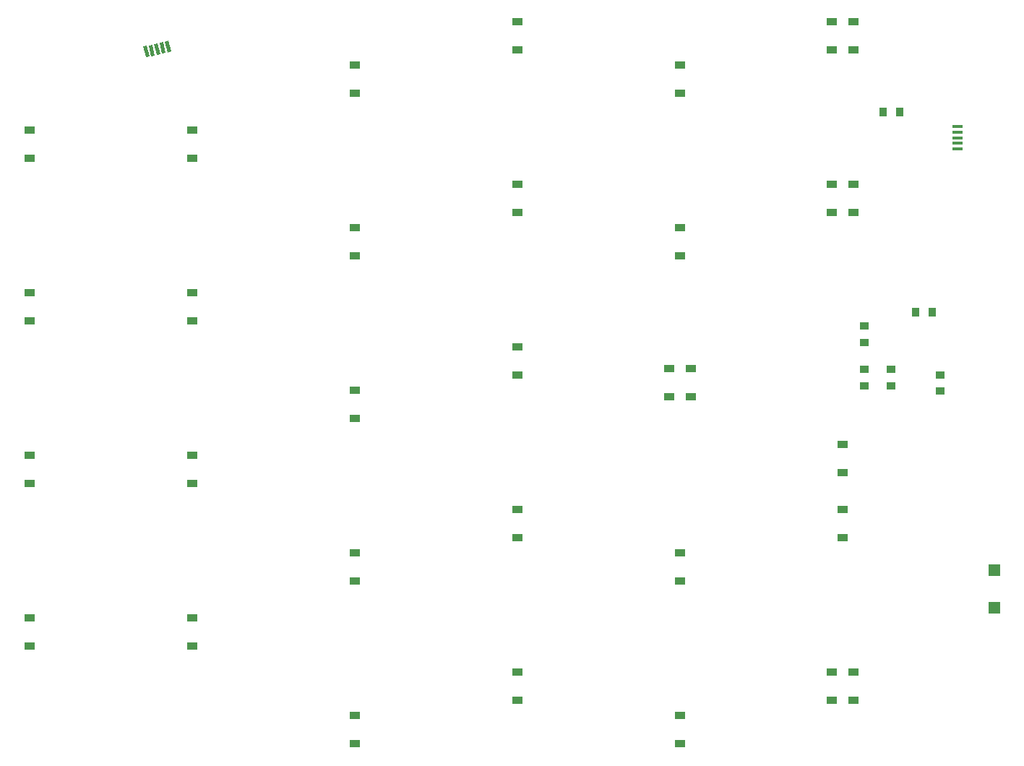
<source format=gbr>
G04 #@! TF.FileFunction,Paste,Bot*
%FSLAX46Y46*%
G04 Gerber Fmt 4.6, Leading zero omitted, Abs format (unit mm)*
G04 Created by KiCad (PCBNEW 4.0.7+dfsg1-1~bpo9+1) date Sat May 26 14:22:04 2018*
%MOMM*%
%LPD*%
G01*
G04 APERTURE LIST*
%ADD10C,0.100000*%
%ADD11R,1.000000X0.845000*%
%ADD12R,0.845000X1.000000*%
%ADD13R,1.300000X0.450000*%
%ADD14R,1.360000X1.440000*%
%ADD15R,1.200000X0.900000*%
G04 APERTURE END LIST*
D10*
G36*
X80433538Y-39228318D02*
X80721551Y-40496012D01*
X80282734Y-40595708D01*
X79994721Y-39328014D01*
X80433538Y-39228318D01*
X80433538Y-39228318D01*
G37*
G36*
X81067385Y-39084311D02*
X81355398Y-40352005D01*
X80916581Y-40451701D01*
X80628568Y-39184007D01*
X81067385Y-39084311D01*
X81067385Y-39084311D01*
G37*
G36*
X81701232Y-38940305D02*
X81989245Y-40207999D01*
X81550428Y-40307695D01*
X81262415Y-39040001D01*
X81701232Y-38940305D01*
X81701232Y-38940305D01*
G37*
G36*
X82335079Y-38796298D02*
X82623092Y-40063992D01*
X82184275Y-40163688D01*
X81896262Y-38895994D01*
X82335079Y-38796298D01*
X82335079Y-38796298D01*
G37*
G36*
X82968926Y-38652292D02*
X83256939Y-39919986D01*
X82818122Y-40019682D01*
X82530109Y-38751988D01*
X82968926Y-38652292D01*
X82968926Y-38652292D01*
G37*
D11*
X164465000Y-72062500D03*
X164465000Y-73987500D03*
D12*
X170487500Y-70485000D03*
X172412500Y-70485000D03*
D11*
X164465000Y-77142500D03*
X164465000Y-79067500D03*
X167640000Y-79067500D03*
X167640000Y-77142500D03*
D13*
X175392000Y-48700000D03*
X175392000Y-49350000D03*
X175392000Y-50000000D03*
X175392000Y-50650000D03*
X175392000Y-51300000D03*
D11*
X173355000Y-79702500D03*
X173355000Y-77777500D03*
D12*
X168602500Y-46990000D03*
X166677500Y-46990000D03*
D14*
X179705000Y-100670000D03*
X179705000Y-105070000D03*
D15*
X66675000Y-52450000D03*
X66675000Y-49150000D03*
X85725000Y-52450000D03*
X85725000Y-49150000D03*
X104775000Y-44830000D03*
X104775000Y-41530000D03*
X123825000Y-39750000D03*
X123825000Y-36450000D03*
X142875000Y-44830000D03*
X142875000Y-41530000D03*
X160655000Y-39750000D03*
X160655000Y-36450000D03*
X163195000Y-39750000D03*
X163195000Y-36450000D03*
X66675000Y-71500000D03*
X66675000Y-68200000D03*
X85725000Y-71500000D03*
X85725000Y-68200000D03*
X104775000Y-63880000D03*
X104775000Y-60580000D03*
X123825000Y-58800000D03*
X123825000Y-55500000D03*
X142875000Y-63880000D03*
X142875000Y-60580000D03*
X160655000Y-58800000D03*
X160655000Y-55500000D03*
X163195000Y-58800000D03*
X163195000Y-55500000D03*
X66675000Y-90550000D03*
X66675000Y-87250000D03*
X85725000Y-90550000D03*
X85725000Y-87250000D03*
X104775000Y-82930000D03*
X104775000Y-79630000D03*
X123825000Y-77850000D03*
X123825000Y-74550000D03*
X141605000Y-80390000D03*
X141605000Y-77090000D03*
X144145000Y-80390000D03*
X144145000Y-77090000D03*
X66675000Y-109600000D03*
X66675000Y-106300000D03*
X85725000Y-109600000D03*
X85725000Y-106300000D03*
X104775000Y-101980000D03*
X104775000Y-98680000D03*
X123825000Y-96900000D03*
X123825000Y-93600000D03*
X142875000Y-101980000D03*
X142875000Y-98680000D03*
X161925000Y-96900000D03*
X161925000Y-93600000D03*
X161925000Y-89280000D03*
X161925000Y-85980000D03*
X104775000Y-121030000D03*
X104775000Y-117730000D03*
X123825000Y-115950000D03*
X123825000Y-112650000D03*
X142875000Y-121030000D03*
X142875000Y-117730000D03*
X160655000Y-115950000D03*
X160655000Y-112650000D03*
X163195000Y-115950000D03*
X163195000Y-112650000D03*
M02*

</source>
